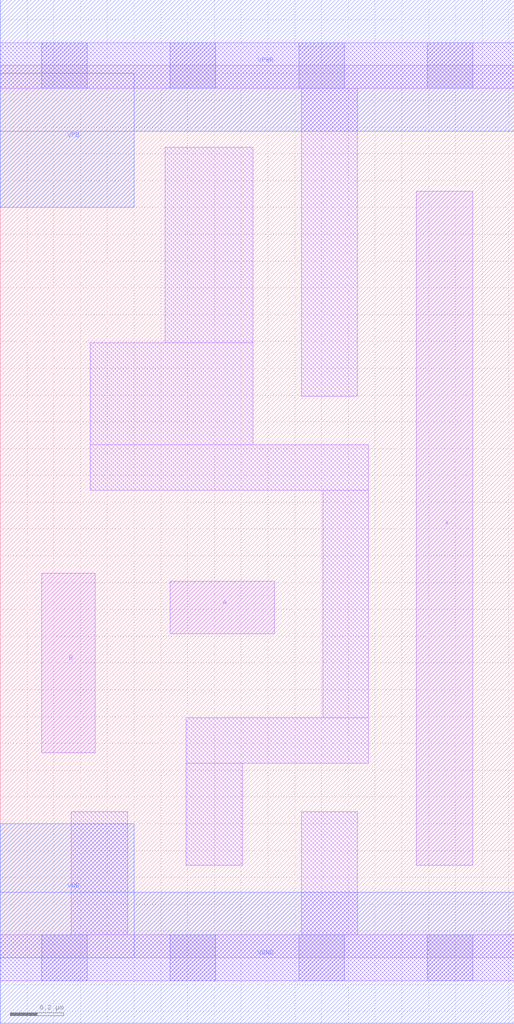
<source format=lef>
# Copyright 2020 The SkyWater PDK Authors
#
# Licensed under the Apache License, Version 2.0 (the "License");
# you may not use this file except in compliance with the License.
# You may obtain a copy of the License at
#
#     https://www.apache.org/licenses/LICENSE-2.0
#
# Unless required by applicable law or agreed to in writing, software
# distributed under the License is distributed on an "AS IS" BASIS,
# WITHOUT WARRANTIES OR CONDITIONS OF ANY KIND, either express or implied.
# See the License for the specific language governing permissions and
# limitations under the License.
#
# SPDX-License-Identifier: Apache-2.0

VERSION 5.5 ;
NAMESCASESENSITIVE ON ;
BUSBITCHARS "[]" ;
DIVIDERCHAR "/" ;
MACRO sky130_fd_sc_lp__or2_m
  CLASS CORE ;
  SOURCE USER ;
  ORIGIN  0.000000  0.000000 ;
  SIZE  1.920000 BY  3.330000 ;
  SYMMETRY X Y R90 ;
  SITE unit ;
  PIN A
    ANTENNAGATEAREA  0.126000 ;
    DIRECTION INPUT ;
    USE SIGNAL ;
    PORT
      LAYER li1 ;
        RECT 0.635000 1.210000 1.025000 1.405000 ;
    END
  END A
  PIN B
    ANTENNAGATEAREA  0.126000 ;
    DIRECTION INPUT ;
    USE SIGNAL ;
    PORT
      LAYER li1 ;
        RECT 0.155000 0.765000 0.355000 1.435000 ;
    END
  END B
  PIN X
    ANTENNADIFFAREA  0.222600 ;
    DIRECTION OUTPUT ;
    USE SIGNAL ;
    PORT
      LAYER li1 ;
        RECT 1.555000 0.345000 1.765000 2.860000 ;
    END
  END X
  PIN VGND
    DIRECTION INOUT ;
    USE GROUND ;
    PORT
      LAYER met1 ;
        RECT 0.000000 -0.245000 1.920000 0.245000 ;
    END
  END VGND
  PIN VNB
    DIRECTION INOUT ;
    USE GROUND ;
    PORT
      LAYER met1 ;
        RECT 0.000000 0.000000 0.500000 0.500000 ;
    END
  END VNB
  PIN VPB
    DIRECTION INOUT ;
    USE POWER ;
    PORT
      LAYER met1 ;
        RECT 0.000000 2.800000 0.500000 3.300000 ;
    END
  END VPB
  PIN VPWR
    DIRECTION INOUT ;
    USE POWER ;
    PORT
      LAYER met1 ;
        RECT 0.000000 3.085000 1.920000 3.575000 ;
    END
  END VPWR
  OBS
    LAYER li1 ;
      RECT 0.000000 -0.085000 1.920000 0.085000 ;
      RECT 0.000000  3.245000 1.920000 3.415000 ;
      RECT 0.265000  0.085000 0.475000 0.545000 ;
      RECT 0.335000  1.745000 1.375000 1.915000 ;
      RECT 0.335000  1.915000 0.945000 2.295000 ;
      RECT 0.615000  2.295000 0.945000 3.025000 ;
      RECT 0.695000  0.345000 0.905000 0.725000 ;
      RECT 0.695000  0.725000 1.375000 0.895000 ;
      RECT 1.125000  0.085000 1.335000 0.545000 ;
      RECT 1.125000  2.095000 1.335000 3.245000 ;
      RECT 1.205000  0.895000 1.375000 1.745000 ;
    LAYER mcon ;
      RECT 0.155000 -0.085000 0.325000 0.085000 ;
      RECT 0.155000  3.245000 0.325000 3.415000 ;
      RECT 0.635000 -0.085000 0.805000 0.085000 ;
      RECT 0.635000  3.245000 0.805000 3.415000 ;
      RECT 1.115000 -0.085000 1.285000 0.085000 ;
      RECT 1.115000  3.245000 1.285000 3.415000 ;
      RECT 1.595000 -0.085000 1.765000 0.085000 ;
      RECT 1.595000  3.245000 1.765000 3.415000 ;
  END
END sky130_fd_sc_lp__or2_m

</source>
